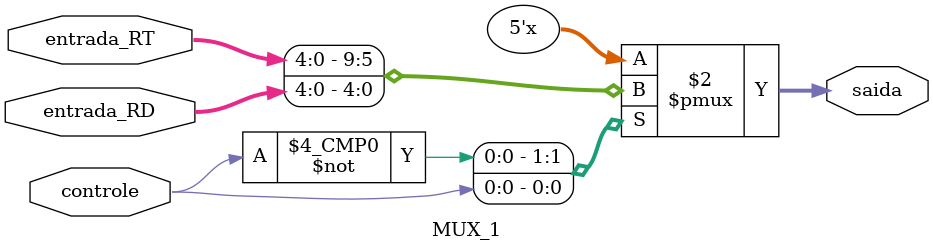
<source format=v>
module MUX_1 (entrada_RT, entrada_RD, saida, controle /*Controle MUX1*/);

	// input
	input [4:0] entrada_RT;
	input [4:0] entrada_RD;
	input controle;
	
	// output 
	output reg [4:0] saida;
	
	always @ (*) begin
		
		case(controle)
			1'b0: saida = entrada_RT;
			1'b1: saida = entrada_RD;
		endcase
	end
endmodule 
</source>
